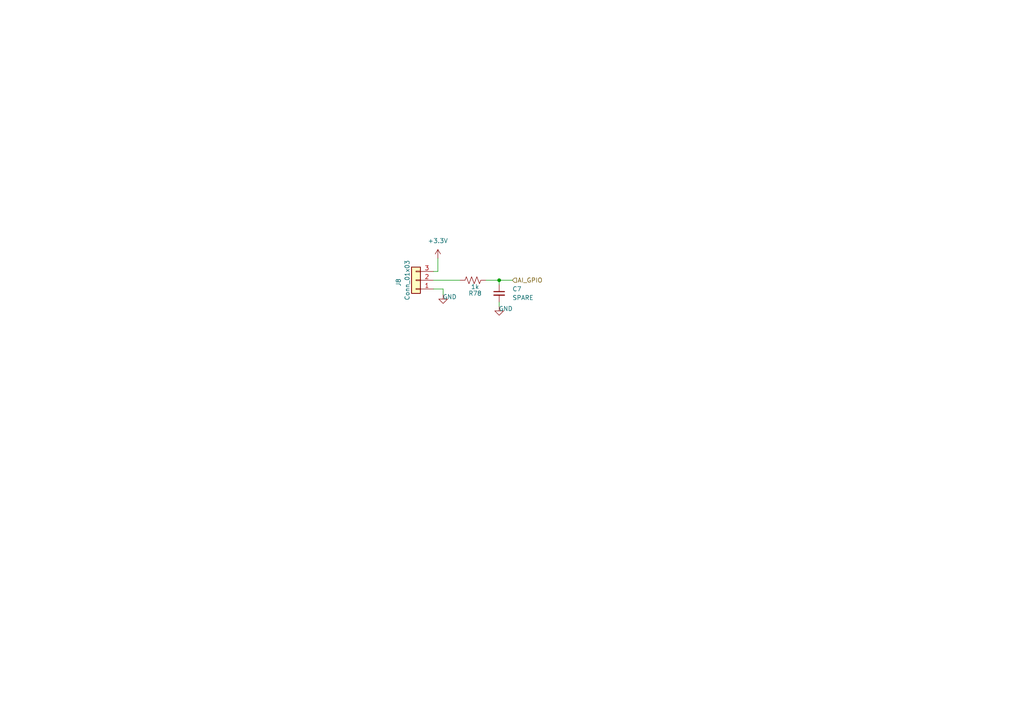
<source format=kicad_sch>
(kicad_sch (version 20230121) (generator eeschema)
  (paper "A4")
  (lib_symbols
    (symbol "4ms_Connector:Conn_01x03" (pin_names (offset 1.016) hide)
      (property "Reference" "J" (at 0 5.08 0))
      (property "Value" "Conn_01x03" (at 0 -5.08 0))
      (symbol "Conn_01x03_1_1"
        (rectangle (start -1.27 -2.413) (end 0 -2.667) (stroke (width 0.1524)))
        (rectangle (start -1.27 0.127) (end 0 -0.127) (stroke (width 0.1524)))
        (rectangle (start -1.27 2.667) (end 0 2.413) (stroke (width 0.1524)))
        (rectangle (start -1.27 3.81) (end 1.27 -3.81) (stroke (width 0.254)) (fill (type background)))
        (pin passive line (at -5.08 2.54 0) (length 3.81) (name "Pin_1") (number "1"))
        (pin passive line (at -5.08 0 0) (length 3.81) (name "Pin_2") (number "2"))
        (pin passive line (at -5.08 -2.54 0) (length 3.81) (name "Pin_3") (number "3"))
      )
    )
    (symbol "Device:C_Small" (pin_numbers hide) (pin_names (offset 0.254) hide)
      (property "Reference" "C" (at 0.254 1.778 0))
      (property "Value" "C_Small" (at 0.254 -2.032 0))
      (symbol "C_Small_0_1"
        (polyline (pts (xy -1.524 -0.508) (xy 1.524 -0.508)) (stroke (width 0.3302)))
        (polyline (pts (xy -1.524 0.508) (xy 1.524 0.508)) (stroke (width 0.3048)))
      )
      (symbol "C_Small_1_1"
        (pin passive line (at 0 2.54 270) (length 2.032) (name "~") (number "1"))
        (pin passive line (at 0 -2.54 90) (length 2.032) (name "~") (number "2"))
      )
    )
    (symbol "Device:R_US" (pin_numbers hide) (pin_names (offset 0))
      (property "Reference" "R" (at 2.54 0 90))
      (property "Value" "R_US" (at -2.54 0 90))
      (symbol "R_US_0_1"
        (polyline (pts (xy 0 -2.286) (xy 0 -2.54)))
        (polyline (pts (xy 0 2.286) (xy 0 2.54)))
        (polyline (pts (xy 0 -0.762) (xy 1.016 -1.143) (xy 0 -1.524) (xy -1.016 -1.905) (xy 0 -2.286)))
        (polyline (pts (xy 0 0.762) (xy 1.016 0.381) (xy 0 0) (xy -1.016 -0.381) (xy 0 -0.762)))
        (polyline (pts (xy 0 2.286) (xy 1.016 1.905) (xy 0 1.524) (xy -1.016 1.143) (xy 0 0.762)))
      )
      (symbol "R_US_1_1"
        (pin passive line (at 0 3.81 270) (length 1.27) (name "~") (number "1"))
        (pin passive line (at 0 -3.81 90) (length 1.27) (name "~") (number "2"))
      )
    )
    (symbol "power:+3.3V" (power) (pin_names (offset 0))
      (property "Value" "+3.3V" (at 0 3.556 0))
      (symbol "+3.3V_0_1"
        (polyline (pts (xy -0.762 1.27) (xy 0 2.54)))
        (polyline (pts (xy 0 0) (xy 0 2.54)))
        (polyline (pts (xy 0 2.54) (xy 0.762 1.27)))
      )
      (symbol "+3.3V_1_1"
        (pin power_in line (at 0 0 90) (length 0) hide (name "+3.3V") (number "1"))
      )
    )
    (symbol "power:GND" (power) (pin_names (offset 0))
      (property "Value" "GND" (at 0 -3.81 0))
      (symbol "GND_0_1"
        (polyline (pts (xy 0 0) (xy 0 -1.27) (xy 1.27 -1.27) (xy 0 -2.54) (xy -1.27 -1.27) (xy 0 -1.27)))
      )
      (symbol "GND_1_1"
        (pin power_in line (at 0 0 270) (length 0) hide (name "GND") (number "1"))
      )
    )
  )
  (junction (at 144.78 81.28))
  (wire (pts (xy 125.73 81.28) (xy 133.35 81.28)))
  (wire (pts (xy 144.78 88.9) (xy 144.78 87.63)))
  (wire (pts (xy 127 74.93) (xy 127 78.74)))
  (wire (pts (xy 125.73 83.82) (xy 128.524 83.82)))
  (wire (pts (xy 128.524 83.82) (xy 128.524 85.471)))
  (wire (pts (xy 127 78.74) (xy 125.73 78.74)))
  (wire (pts (xy 144.78 81.28) (xy 144.78 82.55)))
  (wire (pts (xy 140.97 81.28) (xy 144.78 81.28)))
  (wire (pts (xy 144.78 81.28) (xy 148.59 81.28)))
  (hierarchical_label "AI_GPIO" (shape input) (at 148.59 81.28 0))
  (symbol (lib_id "power:+3.3V") (at 127 74.93 0) (unit 1)
    (property "Reference" "#PWR073" (effects hide))
    (property "Value" "+3.3V" (at 127 69.85 0))
    (instances (project "DaisySeedBreakout" (path "" (reference "#PWR073") (unit 1)) (path "" (reference "#PWR07") (unit 1)) (path "" (reference "#PWR017") (unit 1)) (path "" (reference "#PWR081") (unit 1)) (path "" (reference "#PWR084") (unit 1)) (path "" (reference "#PWR087") (unit 1)) (path "" (reference "#PWR090") (unit 1)) (path "" (reference "#PWR093") (unit 1)) (path "" (reference "#PWR096") (unit 1)) (path "" (reference "#PWR099") (unit 1)) (path "" (reference "#PWR0102") (unit 1)) (path "" (reference "#PWR0108") (unit 1)) (path "" (reference "#PWR0114") (unit 1)) (path "" (reference "#PWR0117") (unit 1)) (path "" (reference "#PWR0105") (unit 1)) (path "" (reference "#PWR0111") (unit 1)) (path "" (reference "#PWR0120") (unit 1)) (path "" (reference "#PWR0132") (unit 1)) (path "" (reference "#PWR0123") (unit 1)) (path "" (reference "#PWR0129") (unit 1)) (path "" (reference "#PWR0126") (unit 1))))
  )
  (symbol (lib_id "Device:C_Small") (at 144.78 85.09 0) (unit 1)
    (property "Reference" "C7" (at 148.59 83.82 0) (effects (justify left)))
    (property "Value" "SPARE" (at 148.59 86.36 0) (effects (justify left)))
    (property "Footprint" "Capacitor_SMD:C_0402_1005Metric" (effects hide))
    (instances (project "DaisySeedBreakout" (path "" (reference "C7") (unit 1)) (path "" (reference "C14") (unit 1)) (path "" (reference "C2") (unit 1)) (path "" (reference "C8") (unit 1)) (path "" (reference "C39") (unit 1)) (path "" (reference "C40") (unit 1)) (path "" (reference "C41") (unit 1)) (path "" (reference "C42") (unit 1)) (path "" (reference "C43") (unit 1)) (path "" (reference "C44") (unit 1)) (path "" (reference "C45") (unit 1)) (path "" (reference "C46") (unit 1)) (path "" (reference "C48") (unit 1)) (path "" (reference "C50") (unit 1)) (path "" (reference "C51") (unit 1)) (path "" (reference "C47") (unit 1)) (path "" (reference "C49") (unit 1)) (path "" (reference "C52") (unit 1)) (path "" (reference "C56") (unit 1)) (path "" (reference "C53") (unit 1)) (path "" (reference "C55") (unit 1)) (path "" (reference "C54") (unit 1))))
  )
  (symbol (lib_id "4ms_Connector:Conn_01x03") (at 120.65 81.28 180) (unit 1)
    (property "Reference" "J8" (at 115.57 81.915 90))
    (property "Value" "Conn_01x03" (at 118.11 81.28 90))
    (property "Footprint" "Ultralibrarian:PinHeader_1x03_P2.54mm_Vertical_Female" (effects hide))
    (property "Specifications" "HEADER 1x3 MALE PINS 0.100” 180deg" (effects hide))
    (property "Manufacturer" "TAD" (effects hide))
    (property "Part Number" "1-0301FBV0T" (effects hide))
    (instances (project "DaisySeedBreakout" (path "" (reference "J8") (unit 1)) (path "" (reference "J27") (unit 1)) (path "" (reference "J47") (unit 1)) (path "" (reference "J48") (unit 1)) (path "" (reference "J49") (unit 1)) (path "" (reference "J50") (unit 1)) (path "" (reference "J51") (unit 1)) (path "" (reference "J52") (unit 1)) (path "" (reference "J53") (unit 1)) (path "" (reference "J54") (unit 1)) (path "" (reference "J55") (unit 1)) (path "" (reference "J57") (unit 1)) (path "" (reference "J59") (unit 1)) (path "" (reference "J60") (unit 1)) (path "" (reference "J56") (unit 1)) (path "" (reference "J58") (unit 1)) (path "" (reference "J61") (unit 1)) (path "" (reference "J65") (unit 1)) (path "" (reference "J62") (unit 1)) (path "" (reference "J64") (unit 1)) (path "" (reference "J63") (unit 1))))
  )
  (symbol (lib_id "power:GND") (at 128.524 85.471 0) (unit 1)
    (property "Reference" "#PWR040" (effects hide))
    (property "Value" "GND" (at 130.429 86.106 0))
    (instances (project "DaisySeedBreakout" (path "" (reference "#PWR040") (unit 1)) (path "" (reference "#PWR04") (unit 1)) (path "" (reference "#PWR018") (unit 1)) (path "" (reference "#PWR082") (unit 1)) (path "" (reference "#PWR085") (unit 1)) (path "" (reference "#PWR088") (unit 1)) (path "" (reference "#PWR091") (unit 1)) (path "" (reference "#PWR094") (unit 1)) (path "" (reference "#PWR097") (unit 1)) (path "" (reference "#PWR0100") (unit 1)) (path "" (reference "#PWR0103") (unit 1)) (path "" (reference "#PWR0109") (unit 1)) (path "" (reference "#PWR0115") (unit 1)) (path "" (reference "#PWR0118") (unit 1)) (path "" (reference "#PWR0106") (unit 1)) (path "" (reference "#PWR0112") (unit 1)) (path "" (reference "#PWR0121") (unit 1)) (path "" (reference "#PWR0133") (unit 1)) (path "" (reference "#PWR0124") (unit 1)) (path "" (reference "#PWR0130") (unit 1)) (path "" (reference "#PWR0127") (unit 1))))
  )
  (symbol (lib_id "power:GND") (at 144.78 88.9 0) (unit 1)
    (property "Reference" "#PWR048" (effects hide))
    (property "Value" "GND" (at 146.685 89.535 0))
    (instances (project "DaisySeedBreakout" (path "" (reference "#PWR048") (unit 1)) (path "" (reference "#PWR06") (unit 1)) (path "" (reference "#PWR080") (unit 1)) (path "" (reference "#PWR083") (unit 1)) (path "" (reference "#PWR086") (unit 1)) (path "" (reference "#PWR089") (unit 1)) (path "" (reference "#PWR092") (unit 1)) (path "" (reference "#PWR095") (unit 1)) (path "" (reference "#PWR098") (unit 1)) (path "" (reference "#PWR0101") (unit 1)) (path "" (reference "#PWR0104") (unit 1)) (path "" (reference "#PWR0110") (unit 1)) (path "" (reference "#PWR0116") (unit 1)) (path "" (reference "#PWR0119") (unit 1)) (path "" (reference "#PWR0107") (unit 1)) (path "" (reference "#PWR0113") (unit 1)) (path "" (reference "#PWR0122") (unit 1)) (path "" (reference "#PWR0134") (unit 1)) (path "" (reference "#PWR0125") (unit 1)) (path "" (reference "#PWR0131") (unit 1)) (path "" (reference "#PWR0128") (unit 1))))
  )
  (symbol (lib_id "Device:R_US") (at 137.16 81.28 270) (unit 1)
    (property "Reference" "R78" (at 137.795 85.09 90))
    (property "Value" "1k" (at 137.795 83.185 90))
    (property "Footprint" "Resistor_SMD:R_0402_1005Metric" (effects hide))
    (property "Specks" "0402" (effects hide))
    (instances (project "DaisySeedBreakout" (path "" (reference "R78") (unit 1)) (path "" (reference "R32") (unit 1)) (path "" (reference "R12") (unit 1)) (path "" (reference "R13") (unit 1)) (path "" (reference "R15") (unit 1)) (path "" (reference "R16") (unit 1)) (path "" (reference "R17") (unit 1)) (path "" (reference "R20") (unit 1)) (path "" (reference "R34") (unit 1)) (path "" (reference "R35") (unit 1)) (path "" (reference "R36") (unit 1)) (path "" (reference "R37") (unit 1)) (path "" (reference "R39") (unit 1)) (path "" (reference "R41") (unit 1)) (path "" (reference "R42") (unit 1)) (path "" (reference "R38") (unit 1)) (path "" (reference "R40") (unit 1)) (path "" (reference "R43") (unit 1)) (path "" (reference "R47") (unit 1)) (path "" (reference "R44") (unit 1)) (path "" (reference "R46") (unit 1)) (path "" (reference "R45") (unit 1))))
  )
)
</source>
